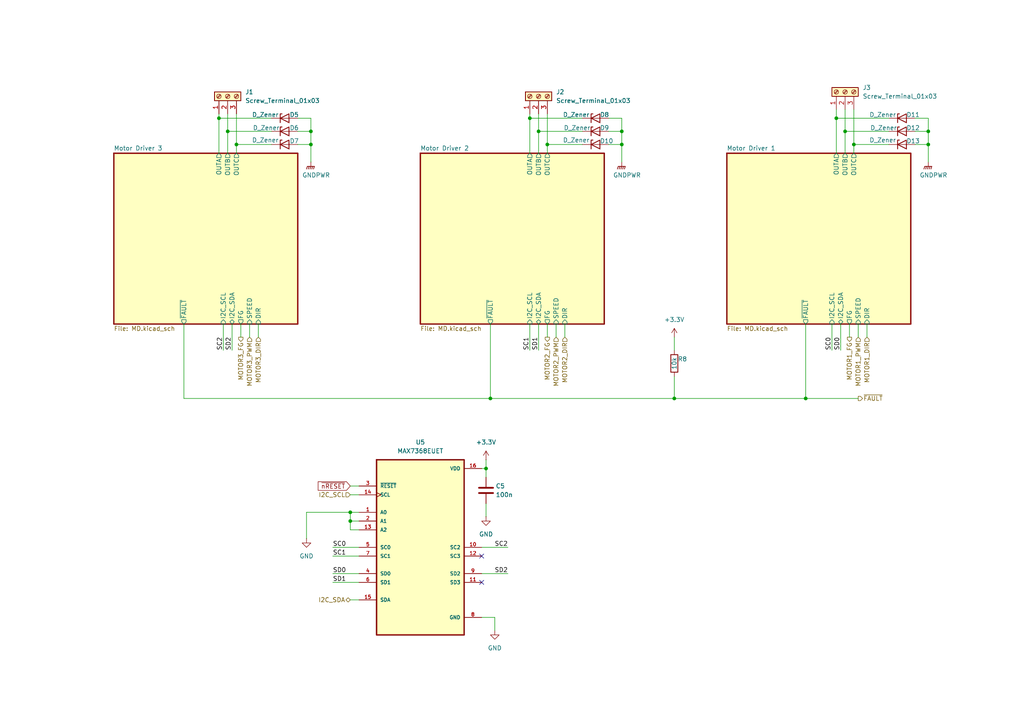
<source format=kicad_sch>
(kicad_sch (version 20231120) (generator "eeschema") (generator_version "8.0")
  (paper "A4")
  (lib_symbols
    (symbol "Connector:Screw_Terminal_01x03" (pin_names (offset 1.016) hide)
      (property "Reference" "J" (at 0 5.08 0))
      (property "Value" "Screw_Terminal_01x03" (at 0 -5.08 0))
      (symbol "Screw_Terminal_01x03_1_1"
        (rectangle (start -1.27 3.81) (end 1.27 -3.81) (stroke (width 0.254)) (fill (type background)))
        (circle (center 0 -2.54) (radius 0.635) (stroke (width 0.1524)))
        (polyline (pts (xy -0.5334 -2.2098) (xy 0.3302 -3.048)) (stroke (width 0.1524)))
        (polyline (pts (xy -0.5334 0.3302) (xy 0.3302 -0.508)) (stroke (width 0.1524)))
        (polyline (pts (xy -0.5334 2.8702) (xy 0.3302 2.032)) (stroke (width 0.1524)))
        (polyline (pts (xy -0.3556 -2.032) (xy 0.508 -2.8702)) (stroke (width 0.1524)))
        (polyline (pts (xy -0.3556 0.508) (xy 0.508 -0.3302)) (stroke (width 0.1524)))
        (polyline (pts (xy -0.3556 3.048) (xy 0.508 2.2098)) (stroke (width 0.1524)))
        (circle (center 0 0) (radius 0.635) (stroke (width 0.1524)))
        (circle (center 0 2.54) (radius 0.635) (stroke (width 0.1524)))
        (pin passive line (at -5.08 2.54 0) (length 3.81) (name "Pin_1") (number "1"))
        (pin passive line (at -5.08 0 0) (length 3.81) (name "Pin_2") (number "2"))
        (pin passive line (at -5.08 -2.54 0) (length 3.81) (name "Pin_3") (number "3"))
      )
    )
    (symbol "Device:C" (pin_numbers hide) (pin_names (offset 0.254))
      (property "Reference" "C" (at 0.635 2.54 0))
      (property "Value" "C" (at 0.635 -2.54 0))
      (symbol "C_0_1"
        (polyline (pts (xy -2.032 -0.762) (xy 2.032 -0.762)) (stroke (width 0.508)))
        (polyline (pts (xy -2.032 0.762) (xy 2.032 0.762)) (stroke (width 0.508)))
      )
      (symbol "C_1_1"
        (pin passive line (at 0 3.81 270) (length 2.794) (name "~") (number "1"))
        (pin passive line (at 0 -3.81 90) (length 2.794) (name "~") (number "2"))
      )
    )
    (symbol "Device:D_Zener" (pin_numbers hide) (pin_names (offset 1.016) hide)
      (property "Reference" "D" (at 0 2.54 0))
      (property "Value" "D_Zener" (at 0 -2.54 0))
      (symbol "D_Zener_0_1"
        (polyline (pts (xy 1.27 0) (xy -1.27 0)))
        (polyline (pts (xy -1.27 -1.27) (xy -1.27 1.27) (xy -0.762 1.27)) (stroke (width 0.254)))
        (polyline (pts (xy 1.27 -1.27) (xy 1.27 1.27) (xy -1.27 0) (xy 1.27 -1.27)) (stroke (width 0.254)))
      )
      (symbol "D_Zener_1_1"
        (pin passive line (at -3.81 0 0) (length 2.54) (name "K") (number "1"))
        (pin passive line (at 3.81 0 180) (length 2.54) (name "A") (number "2"))
      )
    )
    (symbol "Device:R" (pin_numbers hide) (pin_names (offset 0))
      (property "Reference" "R" (at 2.032 0 90))
      (property "Value" "R" (at 0 0 90))
      (symbol "R_0_1"
        (rectangle (start -1.016 -2.54) (end 1.016 2.54) (stroke (width 0.254)))
      )
      (symbol "R_1_1"
        (pin passive line (at 0 3.81 270) (length 1.27) (name "~") (number "1"))
        (pin passive line (at 0 -3.81 90) (length 1.27) (name "~") (number "2"))
      )
    )
    (symbol "power:+3.3V" (power) (pin_numbers hide) (pin_names (offset 0) hide)
      (property "Value" "+3.3V" (at 0 3.556 0))
      (symbol "+3.3V_0_1"
        (polyline (pts (xy -0.762 1.27) (xy 0 2.54)))
        (polyline (pts (xy 0 0) (xy 0 2.54)))
        (polyline (pts (xy 0 2.54) (xy 0.762 1.27)))
      )
      (symbol "+3.3V_1_1"
        (pin power_in line (at 0 0 90) (length 0) (name "~") (number "1"))
      )
    )
    (symbol "power:GND" (power) (pin_numbers hide) (pin_names (offset 0) hide)
      (property "Value" "GND" (at 0 -3.81 0))
      (symbol "GND_0_1"
        (polyline (pts (xy 0 0) (xy 0 -1.27) (xy 1.27 -1.27) (xy 0 -2.54) (xy -1.27 -1.27) (xy 0 -1.27)))
      )
      (symbol "GND_1_1"
        (pin power_in line (at 0 0 270) (length 0) (name "~") (number "1"))
      )
    )
    (symbol "power:GNDPWR" (power) (pin_numbers hide) (pin_names (offset 0) hide)
      (property "Value" "GNDPWR" (at 0 -3.302 0))
      (symbol "GNDPWR_0_1"
        (polyline (pts (xy 0 -1.27) (xy 0 0)))
        (polyline (pts (xy -1.016 -1.27) (xy -1.27 -2.032) (xy -1.27 -2.032)) (stroke (width 0.2032)))
        (polyline (pts (xy -0.508 -1.27) (xy -0.762 -2.032) (xy -0.762 -2.032)) (stroke (width 0.2032)))
        (polyline (pts (xy 0 -1.27) (xy -0.254 -2.032) (xy -0.254 -2.032)) (stroke (width 0.2032)))
        (polyline (pts (xy 0.508 -1.27) (xy 0.254 -2.032) (xy 0.254 -2.032)) (stroke (width 0.2032)))
        (polyline (pts (xy 1.016 -1.27) (xy -1.016 -1.27) (xy -1.016 -1.27)) (stroke (width 0.2032)))
        (polyline (pts (xy 1.016 -1.27) (xy 0.762 -2.032) (xy 0.762 -2.032) (xy 0.762 -2.032)) (stroke (width 0.2032)))
      )
      (symbol "GNDPWR_1_1"
        (pin power_in line (at 0 0 270) (length 0) (name "~") (number "1"))
      )
    )
    (symbol "ΜΑΧ7368:MAX7368EUET" (pin_names (offset 1.016))
      (property "Reference" "U" (at -12.7 26.4 0))
      (property "Value" "MAX7368EUET" (at -12.7 -29.4 0))
      (symbol "MAX7368EUET_0_0"
        (rectangle (start -12.7 -25.4) (end 12.7 25.4) (stroke (width 0.41)) (fill (type background)))
        (pin bidirectional line (at 17.78 -10.16 180) (length 5.08) (name "SD3") (number "11"))
        (pin input clock (at -17.78 15.24 0) (length 5.08) (name "SCL") (number "14"))
        (pin bidirectional line (at -17.78 -15.24 0) (length 5.08) (name "SDA") (number "15"))
        (pin power_in line (at 17.78 22.86 180) (length 5.08) (name "VDD") (number "16"))
        (pin input line (at -17.78 17.78 0) (length 5.08) (name "~{RESET}") (number "3"))
        (pin bidirectional line (at -17.78 -7.62 0) (length 5.08) (name "SD0") (number "4"))
        (pin bidirectional line (at -17.78 -10.16 0) (length 5.08) (name "SD1") (number "6"))
        (pin power_in line (at 17.78 -20.32 180) (length 5.08) (name "GND") (number "8"))
        (pin bidirectional line (at 17.78 -7.62 180) (length 5.08) (name "SD2") (number "9"))
      )
      (symbol "MAX7368EUET_1_0"
        (pin input line (at -17.78 10.16 0) (length 5.08) (name "A0") (number "1"))
        (pin output line (at 17.78 0 180) (length 5.08) (name "SC2") (number "10"))
        (pin output line (at 17.78 -2.54 180) (length 5.08) (name "SC3") (number "12"))
        (pin input line (at -17.78 5.08 0) (length 5.08) (name "A2") (number "13"))
        (pin input line (at -17.78 7.62 0) (length 5.08) (name "A1") (number "2"))
        (pin output line (at -17.78 0 0) (length 5.08) (name "SC0") (number "5"))
        (pin output line (at -17.78 -2.54 0) (length 5.08) (name "SC1") (number "7"))
      )
    )
  )
  (junction (at 142.24 115.57))
  (junction (at 90.17 41.91))
  (junction (at 269.24 38.1))
  (junction (at 195.58 115.57))
  (junction (at 269.24 41.91))
  (junction (at 245.11 38.1))
  (junction (at 180.34 38.1))
  (junction (at 66.04 38.1))
  (junction (at 101.6 148.59))
  (junction (at 233.68 115.57))
  (junction (at 68.58 41.91))
  (junction (at 90.17 38.1))
  (junction (at 156.21 38.1))
  (junction (at 101.6 151.13))
  (junction (at 247.65 41.91))
  (junction (at 158.75 41.91))
  (junction (at 63.5 34.29))
  (junction (at 153.67 34.29))
  (junction (at 180.34 41.91))
  (junction (at 140.97 135.89))
  (junction (at 242.57 34.29))
  (no_connect (at 139.7 168.91))
  (no_connect (at 139.7 161.29))
  (wire (pts (xy 67.31 93.98) (xy 67.31 101.6)))
  (wire (pts (xy 153.67 34.29) (xy 153.67 44.45)))
  (wire (pts (xy 241.3 93.98) (xy 241.3 101.6)))
  (wire (pts (xy 86.36 34.29) (xy 90.17 34.29)))
  (wire (pts (xy 233.68 115.57) (xy 248.92 115.57)))
  (wire (pts (xy 269.24 38.1) (xy 269.24 41.91)))
  (wire (pts (xy 163.83 93.98) (xy 163.83 97.79)))
  (wire (pts (xy 247.65 31.75) (xy 247.65 41.91)))
  (wire (pts (xy 153.67 34.29) (xy 168.91 34.29)))
  (wire (pts (xy 142.24 115.57) (xy 195.58 115.57)))
  (wire (pts (xy 63.5 33.02) (xy 63.5 34.29)))
  (wire (pts (xy 101.6 153.67) (xy 101.6 151.13)))
  (wire (pts (xy 101.6 151.13) (xy 101.6 148.59)))
  (wire (pts (xy 86.36 41.91) (xy 90.17 41.91)))
  (wire (pts (xy 96.52 158.75) (xy 104.14 158.75)))
  (wire (pts (xy 269.24 41.91) (xy 269.24 46.99)))
  (wire (pts (xy 242.57 34.29) (xy 257.81 34.29)))
  (wire (pts (xy 245.11 38.1) (xy 257.81 38.1)))
  (wire (pts (xy 104.14 153.67) (xy 101.6 153.67)))
  (wire (pts (xy 74.93 93.98) (xy 74.93 97.79)))
  (wire (pts (xy 243.84 93.98) (xy 243.84 101.6)))
  (wire (pts (xy 101.6 143.51) (xy 104.14 143.51)))
  (wire (pts (xy 245.11 31.75) (xy 245.11 38.1)))
  (wire (pts (xy 96.52 166.37) (xy 104.14 166.37)))
  (wire (pts (xy 158.75 33.02) (xy 158.75 41.91)))
  (wire (pts (xy 180.34 38.1) (xy 180.34 41.91)))
  (wire (pts (xy 153.67 93.98) (xy 153.67 101.6)))
  (wire (pts (xy 245.11 38.1) (xy 245.11 44.45)))
  (wire (pts (xy 68.58 41.91) (xy 78.74 41.91)))
  (wire (pts (xy 247.65 41.91) (xy 257.81 41.91)))
  (wire (pts (xy 64.77 93.98) (xy 64.77 101.6)))
  (wire (pts (xy 72.39 93.98) (xy 72.39 97.79)))
  (wire (pts (xy 195.58 109.22) (xy 195.58 115.57)))
  (wire (pts (xy 104.14 151.13) (xy 101.6 151.13)))
  (wire (pts (xy 176.53 41.91) (xy 180.34 41.91)))
  (wire (pts (xy 242.57 34.29) (xy 242.57 44.45)))
  (wire (pts (xy 90.17 38.1) (xy 90.17 41.91)))
  (wire (pts (xy 66.04 38.1) (xy 66.04 44.45)))
  (wire (pts (xy 156.21 38.1) (xy 168.91 38.1)))
  (wire (pts (xy 140.97 146.05) (xy 140.97 149.86)))
  (wire (pts (xy 139.7 166.37) (xy 147.32 166.37)))
  (wire (pts (xy 90.17 41.91) (xy 90.17 46.99)))
  (wire (pts (xy 86.36 38.1) (xy 90.17 38.1)))
  (wire (pts (xy 68.58 41.91) (xy 68.58 44.45)))
  (wire (pts (xy 139.7 179.07) (xy 143.51 179.07)))
  (wire (pts (xy 68.58 33.02) (xy 68.58 41.91)))
  (wire (pts (xy 101.6 173.99) (xy 104.14 173.99)))
  (wire (pts (xy 153.67 33.02) (xy 153.67 34.29)))
  (wire (pts (xy 101.6 140.97) (xy 104.14 140.97)))
  (wire (pts (xy 66.04 38.1) (xy 78.74 38.1)))
  (wire (pts (xy 139.7 135.89) (xy 140.97 135.89)))
  (wire (pts (xy 195.58 115.57) (xy 233.68 115.57)))
  (wire (pts (xy 63.5 34.29) (xy 78.74 34.29)))
  (wire (pts (xy 158.75 93.98) (xy 158.75 97.79)))
  (wire (pts (xy 96.52 161.29) (xy 104.14 161.29)))
  (wire (pts (xy 246.38 93.98) (xy 246.38 97.79)))
  (wire (pts (xy 158.75 41.91) (xy 168.91 41.91)))
  (wire (pts (xy 265.43 41.91) (xy 269.24 41.91)))
  (wire (pts (xy 156.21 93.98) (xy 156.21 101.6)))
  (wire (pts (xy 104.14 148.59) (xy 101.6 148.59)))
  (wire (pts (xy 53.34 115.57) (xy 142.24 115.57)))
  (wire (pts (xy 269.24 34.29) (xy 269.24 38.1)))
  (wire (pts (xy 195.58 97.79) (xy 195.58 101.6)))
  (wire (pts (xy 265.43 34.29) (xy 269.24 34.29)))
  (wire (pts (xy 156.21 33.02) (xy 156.21 38.1)))
  (wire (pts (xy 180.34 34.29) (xy 180.34 38.1)))
  (wire (pts (xy 88.9 148.59) (xy 88.9 156.21)))
  (wire (pts (xy 142.24 93.98) (xy 142.24 115.57)))
  (wire (pts (xy 247.65 41.91) (xy 247.65 44.45)))
  (wire (pts (xy 180.34 41.91) (xy 180.34 46.99)))
  (wire (pts (xy 176.53 38.1) (xy 180.34 38.1)))
  (wire (pts (xy 139.7 158.75) (xy 147.32 158.75)))
  (wire (pts (xy 140.97 133.35) (xy 140.97 135.89)))
  (wire (pts (xy 251.46 93.98) (xy 251.46 97.79)))
  (wire (pts (xy 101.6 148.59) (xy 88.9 148.59)))
  (wire (pts (xy 156.21 38.1) (xy 156.21 44.45)))
  (wire (pts (xy 176.53 34.29) (xy 180.34 34.29)))
  (wire (pts (xy 96.52 168.91) (xy 104.14 168.91)))
  (wire (pts (xy 90.17 34.29) (xy 90.17 38.1)))
  (wire (pts (xy 140.97 135.89) (xy 140.97 138.43)))
  (wire (pts (xy 158.75 41.91) (xy 158.75 44.45)))
  (wire (pts (xy 248.92 93.98) (xy 248.92 97.79)))
  (wire (pts (xy 161.29 93.98) (xy 161.29 97.79)))
  (wire (pts (xy 53.34 93.98) (xy 53.34 115.57)))
  (wire (pts (xy 233.68 93.98) (xy 233.68 115.57)))
  (wire (pts (xy 265.43 38.1) (xy 269.24 38.1)))
  (wire (pts (xy 143.51 179.07) (xy 143.51 182.88)))
  (wire (pts (xy 66.04 33.02) (xy 66.04 38.1)))
  (wire (pts (xy 69.85 93.98) (xy 69.85 97.79)))
  (wire (pts (xy 242.57 31.75) (xy 242.57 34.29)))
  (wire (pts (xy 63.5 34.29) (xy 63.5 44.45)))
  (label "SD2" (at 67.31 101.6 90))
  (label "SD0" (at 96.52 166.37 0))
  (label "SC2" (at 64.77 101.6 90))
  (label "SC1" (at 96.52 161.29 0))
  (label "SD1" (at 96.52 168.91 0))
  (label "SD0" (at 243.84 101.6 90))
  (label "SC0" (at 241.3 101.6 90))
  (label "SD1" (at 156.21 101.6 90))
  (label "SC1" (at 153.67 101.6 90))
  (label "SD2" (at 147.32 166.37 180))
  (label "SC2" (at 147.32 158.75 180))
  (label "SC0" (at 96.52 158.75 0))
  (global_label "~{nRESET}" (shape input) (at 101.6 140.97 180) (property "Intersheetrefs" "${INTERSHEET_REFS}" (effects (hide yes))))
  (hierarchical_label "MOTOR1_DIR" (shape input) (at 251.46 97.79 270))
  (hierarchical_label "MOTOR1_PWM" (shape input) (at 248.92 97.79 270))
  (hierarchical_label "MOTOR3_PWM" (shape input) (at 72.39 97.79 270))
  (hierarchical_label "MOTOR2_DIR" (shape input) (at 163.83 97.79 270))
  (hierarchical_label "MOTOR2_PWM" (shape input) (at 161.29 97.79 270))
  (hierarchical_label "MOTOR3_DIR" (shape input) (at 74.93 97.79 270))
  (hierarchical_label "MOTOR2_FG" (shape output) (at 158.75 97.79 270))
  (hierarchical_label "MOTOR3_FG" (shape output) (at 69.85 97.79 270))
  (hierarchical_label "I2C_SCL" (shape input) (at 101.6 143.51 180))
  (hierarchical_label "~{FAULT}" (shape output) (at 248.92 115.57 0))
  (hierarchical_label "MOTOR1_FG" (shape output) (at 246.38 97.79 270))
  (hierarchical_label "I2C_SDA" (shape bidirectional) (at 101.6 173.99 180))
  (symbol (lib_id "Device:D_Zener") (at 261.62 34.29 0) (unit 1)
    (property "Reference" "D11" (at 262.89 33.274 0) (effects (justify left)))
    (property "Value" "D_Zener" (at 256.032 33.274 0))
    (property "Footprint" "Diode_SMD:D_SMB" (effects (hide yes)))
    (property "Description" "Zener diode" (effects (hide yes)))
    (property "DIGIKEY_PN" "SMBJ10A-FDICT-ND" (effects (hide yes)))
  )
  (symbol (lib_id "Device:D_Zener") (at 261.62 41.91 0) (unit 1)
    (property "Reference" "D13" (at 262.89 40.894 0) (effects (justify left)))
    (property "Value" "D_Zener" (at 256.032 40.64 0))
    (property "Footprint" "Diode_SMD:D_SMB" (effects (hide yes)))
    (property "Description" "Zener diode" (effects (hide yes)))
    (property "DIGIKEY_PN" "SMBJ10A-FDICT-ND" (effects (hide yes)))
  )
  (symbol (lib_id "power:+3.3V") (at 140.97 133.35 0) (unit 1)
    (property "Reference" "#PWR021" (effects (hide yes)))
    (property "Value" "+3.3V" (at 140.97 128.27 0))
    (property "Description" "Power symbol creates a global label with name \"+3.3V\"" (effects (hide yes)))
  )
  (symbol (lib_id "Device:D_Zener") (at 172.72 38.1 0) (unit 1)
    (property "Reference" "D9" (at 173.99 37.084 0) (effects (justify left)))
    (property "Value" "D_Zener" (at 167.386 37.084 0))
    (property "Footprint" "Diode_SMD:D_SMB" (effects (hide yes)))
    (property "Description" "Zener diode" (effects (hide yes)))
    (property "DIGIKEY_PN" "SMBJ10A-FDICT-ND" (effects (hide yes)))
  )
  (symbol (lib_id "ΜΑΧ7368:MAX7368EUET") (at 121.92 158.75 0) (unit 1)
    (property "Reference" "U5" (at 121.92 128.27 0))
    (property "Value" "MAX7368EUET" (at 121.92 130.81 0))
    (property "Footprint" "Package_SO:TSSOP-16_4.4x5mm_P0.65mm" (effects (hide yes)))
    (property "DIGIKEY_PN" "MAX7368EUE+-ND" (effects (hide yes)))
  )
  (symbol (lib_id "Device:C") (at 140.97 142.24 0) (unit 1)
    (property "Reference" "C5" (at 143.764 140.97 0) (effects (justify left)))
    (property "Value" "100n" (at 143.764 143.51 0) (effects (justify left)))
    (property "Footprint" "Capacitor_SMD:C_0603_1608Metric" (effects (hide yes)))
    (property "Description" "Unpolarized capacitor" (effects (hide yes)))
    (property "DIGIKEY_PN" "1276-1033-1-ND" (effects (hide yes)))
  )
  (symbol (lib_id "power:GNDPWR") (at 269.24 46.99 0) (unit 1)
    (property "Reference" "#PWR026" (effects (hide yes)))
    (property "Value" "GNDPWR" (at 270.764 50.8 0))
    (property "Description" "Power symbol creates a global label with name \"GNDPWR\" , global ground" (effects (hide yes)))
  )
  (symbol (lib_id "power:GNDPWR") (at 180.34 46.99 0) (unit 1)
    (property "Reference" "#PWR024" (effects (hide yes)))
    (property "Value" "GNDPWR" (at 181.864 50.8 0))
    (property "Description" "Power symbol creates a global label with name \"GNDPWR\" , global ground" (effects (hide yes)))
  )
  (symbol (lib_id "power:GNDPWR") (at 90.17 46.99 0) (unit 1)
    (property "Reference" "#PWR020" (effects (hide yes)))
    (property "Value" "GNDPWR" (at 91.694 50.8 0))
    (property "Description" "Power symbol creates a global label with name \"GNDPWR\" , global ground" (effects (hide yes)))
  )
  (symbol (lib_id "power:GND") (at 140.97 149.86 0) (unit 1)
    (property "Reference" "#PWR022" (effects (hide yes)))
    (property "Value" "GND" (at 140.97 154.94 0))
    (property "Description" "Power symbol creates a global label with name \"GND\" , ground" (effects (hide yes)))
  )
  (symbol (lib_id "Device:D_Zener") (at 172.72 41.91 0) (unit 1)
    (property "Reference" "D10" (at 173.99 40.894 0) (effects (justify left)))
    (property "Value" "D_Zener" (at 167.132 40.64 0))
    (property "Footprint" "Diode_SMD:D_SMB" (effects (hide yes)))
    (property "Description" "Zener diode" (effects (hide yes)))
    (property "DIGIKEY_PN" "SMBJ10A-FDICT-ND" (effects (hide yes)))
  )
  (symbol (lib_id "power:GND") (at 88.9 156.21 0) (unit 1)
    (property "Reference" "#PWR019" (effects (hide yes)))
    (property "Value" "GND" (at 88.9 161.29 0))
    (property "Description" "Power symbol creates a global label with name \"GND\" , ground" (effects (hide yes)))
  )
  (symbol (lib_id "Connector:Screw_Terminal_01x03") (at 66.04 27.94 90) (unit 1)
    (property "Reference" "J1" (at 71.12 26.6699 90) (effects (justify right)))
    (property "Value" "Screw_Terminal_01x03" (at 71.12 29.2099 90) (effects (justify right)))
    (property "Footprint" "TerminalBlock_Phoenix:TerminalBlock_Phoenix_PT-1,5-3-5.0-H_1x03_P5.00mm_Horizontal" (effects (hide yes)))
    (property "Description" "Generic screw terminal, single row, 01x03, script generated (kicad-library-utils/schlib/autogen/connector/)" (effects (hide yes)))
    (property "DIGIKEY_PN" "277-1578-ND" (effects (hide yes)))
  )
  (symbol (lib_id "Device:D_Zener") (at 82.55 38.1 0) (unit 1)
    (property "Reference" "D6" (at 85.344 37.084 0))
    (property "Value" "D_Zener" (at 77.216 37.084 0))
    (property "Footprint" "Diode_SMD:D_SMB" (effects (hide yes)))
    (property "Description" "Zener diode" (effects (hide yes)))
    (property "DIGIKEY_PN" "SMBJ10A-FDICT-ND" (effects (hide yes)))
  )
  (symbol (lib_id "Device:D_Zener") (at 82.55 41.91 0) (unit 1)
    (property "Reference" "D7" (at 85.344 40.894 0))
    (property "Value" "D_Zener" (at 76.962 40.64 0))
    (property "Footprint" "Diode_SMD:D_SMB" (effects (hide yes)))
    (property "Description" "Zener diode" (effects (hide yes)))
    (property "DIGIKEY_PN" "SMBJ10A-FDICT-ND" (effects (hide yes)))
  )
  (symbol (lib_id "power:+3.3V") (at 195.58 97.79 0) (unit 1)
    (property "Reference" "#PWR025" (effects (hide yes)))
    (property "Value" "+3.3V" (at 195.58 92.71 0))
    (property "Description" "Power symbol creates a global label with name \"+3.3V\"" (effects (hide yes)))
  )
  (symbol (lib_id "Connector:Screw_Terminal_01x03") (at 156.21 27.94 90) (unit 1)
    (property "Reference" "J2" (at 161.29 26.6699 90) (effects (justify right)))
    (property "Value" "Screw_Terminal_01x03" (at 161.29 29.2099 90) (effects (justify right)))
    (property "Footprint" "TerminalBlock_Phoenix:TerminalBlock_Phoenix_PT-1,5-3-5.0-H_1x03_P5.00mm_Horizontal" (effects (hide yes)))
    (property "Description" "Generic screw terminal, single row, 01x03, script generated (kicad-library-utils/schlib/autogen/connector/)" (effects (hide yes)))
    (property "DIGIKEY_PN" "277-1578-ND" (effects (hide yes)))
  )
  (symbol (lib_id "power:GND") (at 143.51 182.88 0) (unit 1)
    (property "Reference" "#PWR023" (effects (hide yes)))
    (property "Value" "GND" (at 143.51 187.96 0))
    (property "Description" "Power symbol creates a global label with name \"GND\" , ground" (effects (hide yes)))
  )
  (symbol (lib_id "Device:D_Zener") (at 261.62 38.1 0) (unit 1)
    (property "Reference" "D12" (at 262.89 37.084 0) (effects (justify left)))
    (property "Value" "D_Zener" (at 256.286 37.084 0))
    (property "Footprint" "Diode_SMD:D_SMB" (effects (hide yes)))
    (property "Description" "Zener diode" (effects (hide yes)))
    (property "DIGIKEY_PN" "SMBJ10A-FDICT-ND" (effects (hide yes)))
  )
  (symbol (lib_id "Connector:Screw_Terminal_01x03") (at 245.11 26.67 90) (unit 1)
    (property "Reference" "J3" (at 250.19 25.3999 90) (effects (justify right)))
    (property "Value" "Screw_Terminal_01x03" (at 250.19 27.9399 90) (effects (justify right)))
    (property "Footprint" "TerminalBlock_Phoenix:TerminalBlock_Phoenix_PT-1,5-3-5.0-H_1x03_P5.00mm_Horizontal" (effects (hide yes)))
    (property "Description" "Generic screw terminal, single row, 01x03, script generated (kicad-library-utils/schlib/autogen/connector/)" (effects (hide yes)))
    (property "DIGIKEY_PN" "277-1578-ND" (effects (hide yes)))
  )
  (symbol (lib_id "Device:R") (at 195.58 105.41 0) (unit 1)
    (property "Reference" "R8" (at 196.596 104.14 0) (effects (justify left)))
    (property "Value" "10k" (at 195.58 105.41 90))
    (property "Footprint" "Resistor_SMD:R_0603_1608Metric" (effects (hide yes)))
    (property "Description" "Resistor" (effects (hide yes)))
    (property "DIGIKEY_PN" "RMCF0603JT10K0CT-ND" (effects (hide yes)))
  )
  (symbol (lib_id "Device:D_Zener") (at 172.72 34.29 0) (unit 1)
    (property "Reference" "D8" (at 173.99 33.274 0) (effects (justify left)))
    (property "Value" "D_Zener" (at 167.132 33.274 0))
    (property "Footprint" "Diode_SMD:D_SMB" (effects (hide yes)))
    (property "Description" "Zener diode" (effects (hide yes)))
    (property "DIGIKEY_PN" "SMBJ10A-FDICT-ND" (effects (hide yes)))
  )
  (symbol (lib_id "Device:D_Zener") (at 82.55 34.29 0) (unit 1)
    (property "Reference" "D5" (at 85.344 33.274 0))
    (property "Value" "D_Zener" (at 76.962 33.274 0))
    (property "Footprint" "Diode_SMD:D_SMB" (effects (hide yes)))
    (property "Description" "Zener diode" (effects (hide yes)))
    (property "DIGIKEY_PN" "SMBJ10A-FDICT-ND" (effects (hide yes)))
  )
  (sheet (at 210.82 44.45) (size 53.34 49.53) (stroke (width 0.4064) (color 132 0 0 1)) (fill (color 255 255 194 1.0000))
    (property "Sheetname" "Motor Driver 1" (at 210.82 43.7384 0) (effects (justify left bottom)))
    (property "Sheetfile" "MD.kicad_sch" (at 210.82 94.5646 0) (effects (justify left top)))
    (pin "FG" output (at 246.38 93.98 270))
    (pin "SPEED" input (at 248.92 93.98 270))
    (pin "DIR" input (at 251.46 93.98 270))
    (pin "I2C_SDA" bidirectional (at 243.84 93.98 270))
    (pin "I2C_SCL" input (at 241.3 93.98 270))
    (pin "OUTA" output (at 242.57 44.45 90))
    (pin "OUTC" output (at 247.65 44.45 90))
    (pin "OUTB" output (at 245.11 44.45 90))
    (pin "~{FAULT}" output (at 233.68 93.98 270))
  )
  (sheet (at 121.92 44.45) (size 53.34 49.53) (stroke (width 0.4064)) (fill (color 255 255 194 1.0000))
    (property "Sheetname" "Motor Driver 2" (at 121.92 43.7384 0) (effects (justify left bottom)))
    (property "Sheetfile" "MD.kicad_sch" (at 121.92 94.5646 0) (effects (justify left top)))
    (pin "FG" output (at 158.75 93.98 270))
    (pin "SPEED" input (at 161.29 93.98 270))
    (pin "DIR" input (at 163.83 93.98 270))
    (pin "I2C_SDA" bidirectional (at 156.21 93.98 270))
    (pin "I2C_SCL" input (at 153.67 93.98 270))
    (pin "OUTA" output (at 153.67 44.45 90))
    (pin "OUTC" output (at 158.75 44.45 90))
    (pin "OUTB" output (at 156.21 44.45 90))
    (pin "~{FAULT}" output (at 142.24 93.98 270))
  )
  (sheet (at 33.02 44.45) (size 53.34 49.53) (stroke (width 0.4064)) (fill (color 255 255 194 1.0000))
    (property "Sheetname" "Motor Driver 3" (at 33.02 43.7384 0) (effects (justify left bottom)))
    (property "Sheetfile" "MD.kicad_sch" (at 33.02 94.5646 0) (effects (justify left top)))
    (pin "FG" output (at 69.85 93.98 270))
    (pin "SPEED" input (at 72.39 93.98 270))
    (pin "DIR" input (at 74.93 93.98 270))
    (pin "I2C_SDA" bidirectional (at 67.31 93.98 270))
    (pin "I2C_SCL" input (at 64.77 93.98 270))
    (pin "OUTA" output (at 63.5 44.45 90))
    (pin "OUTC" output (at 68.58 44.45 90))
    (pin "OUTB" output (at 66.04 44.45 90))
    (pin "~{FAULT}" output (at 53.34 93.98 270))
  )
)
</source>
